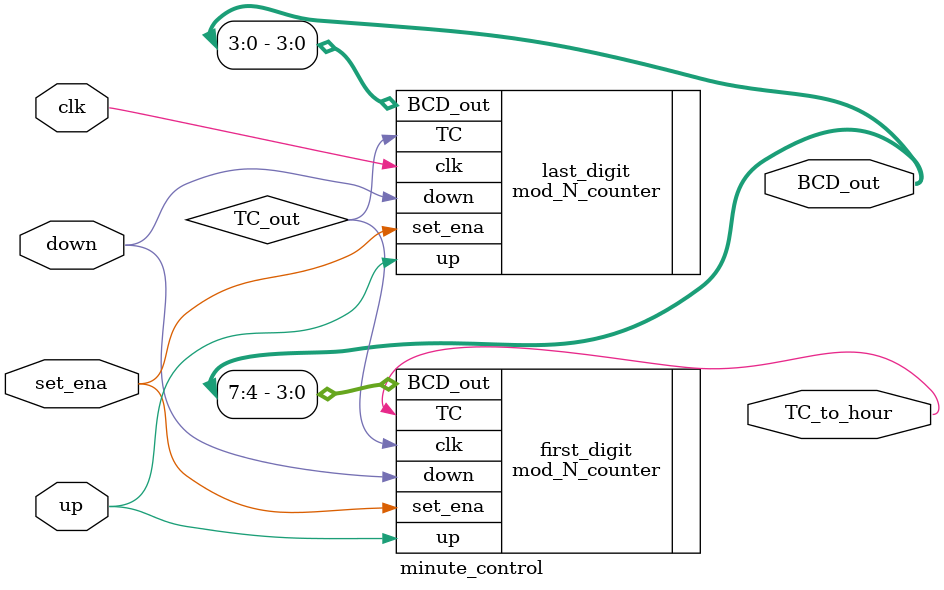
<source format=v>
module minute_control(clk, set_ena, up, down, BCD_out, TC_to_hour);
	input clk;
	input set_ena;
	input up;
	input down;
	output [7:0]BCD_out;
	output TC_to_hour;
	
	wire TC_out;
	mod_N_counter #(.MODE_N(10)) last_digit		
		(.clk(clk), .set_ena(set_ena), .up(up), .down(down), .BCD_out(BCD_out[3:0]), .TC(TC_out));
	mod_N_counter #(.MODE_N(6)) first_digit
		(.clk(TC_out), .set_ena(set_ena), .up(up), .down(down), .BCD_out(BCD_out[7:4]), .TC(TC_to_hour));
	
endmodule 
</source>
